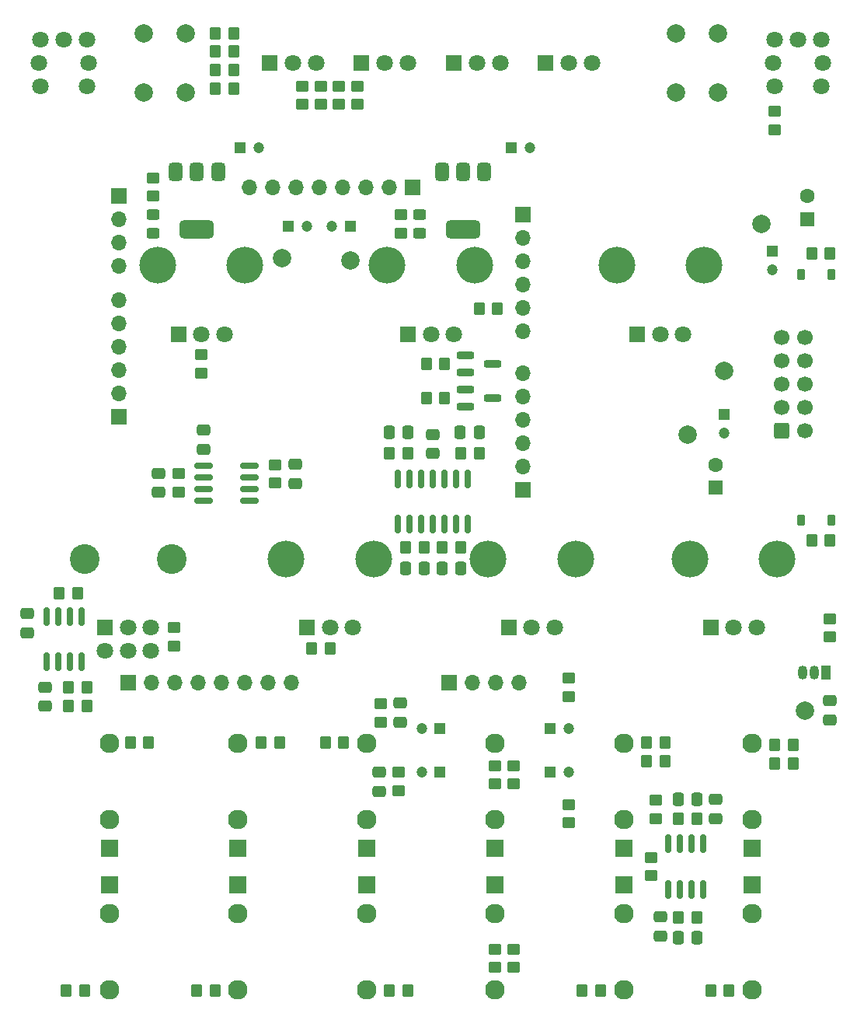
<source format=gbs>
G04 #@! TF.GenerationSoftware,KiCad,Pcbnew,8.0.5*
G04 #@! TF.CreationDate,2024-11-24T11:32:17+01:00*
G04 #@! TF.ProjectId,wolkje,776f6c6b-6a65-42e6-9b69-6361645f7063,rev?*
G04 #@! TF.SameCoordinates,Original*
G04 #@! TF.FileFunction,Soldermask,Bot*
G04 #@! TF.FilePolarity,Negative*
%FSLAX46Y46*%
G04 Gerber Fmt 4.6, Leading zero omitted, Abs format (unit mm)*
G04 Created by KiCad (PCBNEW 8.0.5) date 2024-11-24 11:32:17*
%MOMM*%
%LPD*%
G01*
G04 APERTURE LIST*
G04 Aperture macros list*
%AMRoundRect*
0 Rectangle with rounded corners*
0 $1 Rounding radius*
0 $2 $3 $4 $5 $6 $7 $8 $9 X,Y pos of 4 corners*
0 Add a 4 corners polygon primitive as box body*
4,1,4,$2,$3,$4,$5,$6,$7,$8,$9,$2,$3,0*
0 Add four circle primitives for the rounded corners*
1,1,$1+$1,$2,$3*
1,1,$1+$1,$4,$5*
1,1,$1+$1,$6,$7*
1,1,$1+$1,$8,$9*
0 Add four rect primitives between the rounded corners*
20,1,$1+$1,$2,$3,$4,$5,0*
20,1,$1+$1,$4,$5,$6,$7,0*
20,1,$1+$1,$6,$7,$8,$9,0*
20,1,$1+$1,$8,$9,$2,$3,0*%
G04 Aperture macros list end*
%ADD10O,4.000000X4.000000*%
%ADD11R,1.800000X1.800000*%
%ADD12C,1.800000*%
%ADD13R,1.930000X1.830000*%
%ADD14C,2.130000*%
%ADD15C,2.000000*%
%ADD16C,3.240000*%
%ADD17RoundRect,0.250000X-0.350000X-0.450000X0.350000X-0.450000X0.350000X0.450000X-0.350000X0.450000X0*%
%ADD18RoundRect,0.250000X0.350000X0.450000X-0.350000X0.450000X-0.350000X-0.450000X0.350000X-0.450000X0*%
%ADD19R,1.200000X1.200000*%
%ADD20C,1.200000*%
%ADD21RoundRect,0.250000X0.475000X-0.337500X0.475000X0.337500X-0.475000X0.337500X-0.475000X-0.337500X0*%
%ADD22RoundRect,0.250000X0.337500X0.475000X-0.337500X0.475000X-0.337500X-0.475000X0.337500X-0.475000X0*%
%ADD23RoundRect,0.250000X0.450000X-0.350000X0.450000X0.350000X-0.450000X0.350000X-0.450000X-0.350000X0*%
%ADD24R,1.050000X1.500000*%
%ADD25O,1.050000X1.500000*%
%ADD26RoundRect,0.250000X-0.475000X0.337500X-0.475000X-0.337500X0.475000X-0.337500X0.475000X0.337500X0*%
%ADD27RoundRect,0.250000X-0.450000X0.350000X-0.450000X-0.350000X0.450000X-0.350000X0.450000X0.350000X0*%
%ADD28RoundRect,0.150000X-0.150000X0.825000X-0.150000X-0.825000X0.150000X-0.825000X0.150000X0.825000X0*%
%ADD29RoundRect,0.225000X0.225000X0.375000X-0.225000X0.375000X-0.225000X-0.375000X0.225000X-0.375000X0*%
%ADD30RoundRect,0.375000X-0.375000X0.625000X-0.375000X-0.625000X0.375000X-0.625000X0.375000X0.625000X0*%
%ADD31RoundRect,0.500000X-1.400000X0.500000X-1.400000X-0.500000X1.400000X-0.500000X1.400000X0.500000X0*%
%ADD32R,1.700000X1.700000*%
%ADD33O,1.700000X1.700000*%
%ADD34RoundRect,0.250000X-0.600000X-0.600000X0.600000X-0.600000X0.600000X0.600000X-0.600000X0.600000X0*%
%ADD35C,1.700000*%
%ADD36RoundRect,0.250000X-0.337500X-0.475000X0.337500X-0.475000X0.337500X0.475000X-0.337500X0.475000X0*%
%ADD37R,1.600000X1.600000*%
%ADD38C,1.600000*%
%ADD39RoundRect,0.150000X0.825000X0.150000X-0.825000X0.150000X-0.825000X-0.150000X0.825000X-0.150000X0*%
%ADD40RoundRect,0.250000X-0.450000X0.325000X-0.450000X-0.325000X0.450000X-0.325000X0.450000X0.325000X0*%
%ADD41RoundRect,0.200000X-0.750000X-0.200000X0.750000X-0.200000X0.750000X0.200000X-0.750000X0.200000X0*%
%ADD42RoundRect,0.150000X0.150000X-0.825000X0.150000X0.825000X-0.150000X0.825000X-0.150000X-0.825000X0*%
G04 APERTURE END LIST*
D10*
X90250000Y-78000000D03*
X99750000Y-78000000D03*
D11*
X92500000Y-85500000D03*
D12*
X95000000Y-85500000D03*
X97500000Y-85500000D03*
D13*
X74000000Y-145520000D03*
D14*
X74000000Y-156920000D03*
X74000000Y-148620000D03*
D10*
X101250000Y-110000000D03*
X110750000Y-110000000D03*
D11*
X103500000Y-117500000D03*
D12*
X106000000Y-117500000D03*
X108500000Y-117500000D03*
D13*
X60000000Y-141480000D03*
D14*
X60000000Y-130080000D03*
X60000000Y-138380000D03*
D10*
X115250000Y-78000000D03*
X124750000Y-78000000D03*
D11*
X117500000Y-85500000D03*
D12*
X120000000Y-85500000D03*
X122500000Y-85500000D03*
D10*
X123250000Y-110000000D03*
X132750000Y-110000000D03*
D11*
X125500000Y-117500000D03*
D12*
X128000000Y-117500000D03*
X130500000Y-117500000D03*
D11*
X77460000Y-56000000D03*
D12*
X82540000Y-56000000D03*
X80000000Y-56000000D03*
D13*
X130000000Y-145520000D03*
D14*
X130000000Y-156920000D03*
X130000000Y-148620000D03*
D13*
X116000000Y-145520000D03*
D14*
X116000000Y-156920000D03*
X116000000Y-148620000D03*
D13*
X130000000Y-141480000D03*
D14*
X130000000Y-130080000D03*
X130000000Y-138380000D03*
D11*
X97460000Y-56000000D03*
D12*
X102540000Y-56000000D03*
X100000000Y-56000000D03*
X132460000Y-58540000D03*
X137540000Y-58540000D03*
X132460000Y-53460000D03*
X137540000Y-53460000D03*
X135000000Y-53460000D03*
X132300000Y-56000000D03*
X137700000Y-56000000D03*
D15*
X63750000Y-59250000D03*
X63750000Y-52750000D03*
X68250000Y-59250000D03*
X68250000Y-52750000D03*
D10*
X79250000Y-110000000D03*
X88750000Y-110000000D03*
D11*
X81500000Y-117500000D03*
D12*
X84000000Y-117500000D03*
X86500000Y-117500000D03*
D15*
X121750000Y-59250000D03*
X121750000Y-52750000D03*
X126250000Y-59250000D03*
X126250000Y-52750000D03*
D16*
X57250000Y-110000000D03*
X66750000Y-110000000D03*
D11*
X59500000Y-117500000D03*
D12*
X62000000Y-117500000D03*
X64500000Y-117500000D03*
X59500000Y-120000000D03*
X62000000Y-120000000D03*
X64500000Y-120000000D03*
D13*
X88000000Y-141480000D03*
D14*
X88000000Y-130080000D03*
X88000000Y-138380000D03*
D13*
X102000000Y-141480000D03*
D14*
X102000000Y-130080000D03*
X102000000Y-138380000D03*
D13*
X88000000Y-145520000D03*
D14*
X88000000Y-156920000D03*
X88000000Y-148620000D03*
D11*
X107460000Y-56000000D03*
D12*
X112540000Y-56000000D03*
X110000000Y-56000000D03*
D10*
X65250000Y-78000000D03*
X74750000Y-78000000D03*
D11*
X67500000Y-85500000D03*
D12*
X70000000Y-85500000D03*
X72500000Y-85500000D03*
D13*
X60000000Y-145520000D03*
D14*
X60000000Y-156920000D03*
X60000000Y-148620000D03*
D13*
X116000000Y-141480000D03*
D14*
X116000000Y-130080000D03*
X116000000Y-138380000D03*
D12*
X52460000Y-58540000D03*
X57540000Y-58540000D03*
X52460000Y-53460000D03*
X57540000Y-53460000D03*
X55000000Y-53460000D03*
X52300000Y-56000000D03*
X57700000Y-56000000D03*
D13*
X102000000Y-145520000D03*
D14*
X102000000Y-156920000D03*
X102000000Y-148620000D03*
D13*
X74000000Y-141480000D03*
D14*
X74000000Y-130080000D03*
X74000000Y-138380000D03*
D11*
X87460000Y-56000000D03*
D12*
X92540000Y-56000000D03*
X90000000Y-56000000D03*
D17*
X71500000Y-52750000D03*
X73500000Y-52750000D03*
D18*
X124000000Y-138250000D03*
X122000000Y-138250000D03*
D19*
X132250000Y-76500000D03*
D20*
X132250000Y-78500000D03*
D17*
X100250000Y-82750000D03*
X102250000Y-82750000D03*
D18*
X124000000Y-149000000D03*
X122000000Y-149000000D03*
D21*
X126000000Y-138287500D03*
X126000000Y-136212500D03*
D18*
X71500000Y-157000000D03*
X69500000Y-157000000D03*
D21*
X95250000Y-98500000D03*
X95250000Y-96425000D03*
D22*
X98287500Y-111000000D03*
X96212500Y-111000000D03*
D23*
X87000000Y-60500000D03*
X87000000Y-58500000D03*
D24*
X138020000Y-122360000D03*
D25*
X136750000Y-122360000D03*
X135480000Y-122360000D03*
D26*
X51000000Y-115962500D03*
X51000000Y-118037500D03*
D27*
X110000000Y-136750000D03*
X110000000Y-138750000D03*
D28*
X120845000Y-141025000D03*
X122115000Y-141025000D03*
X123385000Y-141025000D03*
X124655000Y-141025000D03*
X124655000Y-145975000D03*
X123385000Y-145975000D03*
X122115000Y-145975000D03*
X120845000Y-145975000D03*
D18*
X94250000Y-108750000D03*
X92250000Y-108750000D03*
D29*
X138650000Y-79000000D03*
X135350000Y-79000000D03*
D21*
X120000000Y-151037500D03*
X120000000Y-148962500D03*
D18*
X85500000Y-130000000D03*
X83500000Y-130000000D03*
D21*
X89340000Y-135307500D03*
X89340000Y-133232500D03*
D30*
X67200000Y-67850000D03*
X69500000Y-67850000D03*
D31*
X69500000Y-74150000D03*
D30*
X71800000Y-67850000D03*
D17*
X55500000Y-124000000D03*
X57500000Y-124000000D03*
D32*
X105000000Y-72500000D03*
D33*
X105000000Y-75040000D03*
X105000000Y-77580000D03*
X105000000Y-80120000D03*
X105000000Y-82660000D03*
X105000000Y-85200000D03*
X105000000Y-89800000D03*
X105000000Y-92340000D03*
X105000000Y-94880000D03*
X105000000Y-97420000D03*
X105000000Y-99960000D03*
D32*
X105000000Y-102500000D03*
D33*
X104620000Y-123500000D03*
X102080000Y-123500000D03*
X99540000Y-123500000D03*
D32*
X97000000Y-123500000D03*
D33*
X79780000Y-123500000D03*
X77240000Y-123500000D03*
X74700000Y-123500000D03*
X72160000Y-123500000D03*
X69620000Y-123500000D03*
X67080000Y-123500000D03*
X64540000Y-123500000D03*
D32*
X62000000Y-123500000D03*
X61000000Y-94500000D03*
D33*
X61000000Y-91960000D03*
X61000000Y-89420000D03*
X61000000Y-86880000D03*
X61000000Y-84340000D03*
X61000000Y-81800000D03*
X61000000Y-78120000D03*
X61000000Y-75580000D03*
X61000000Y-73040000D03*
D32*
X61000000Y-70500000D03*
D33*
X75220000Y-69500000D03*
X77760000Y-69500000D03*
X80300000Y-69500000D03*
X82840000Y-69500000D03*
X85380000Y-69500000D03*
X87920000Y-69500000D03*
X90460000Y-69500000D03*
D32*
X93000000Y-69500000D03*
D22*
X100287500Y-96250000D03*
X98212500Y-96250000D03*
D23*
X83000000Y-60500000D03*
X83000000Y-58500000D03*
D15*
X135750000Y-126500000D03*
D34*
X133210000Y-96000000D03*
D35*
X135750000Y-96000000D03*
X133210000Y-93460000D03*
X135750000Y-93460000D03*
X133210000Y-90920000D03*
X135750000Y-90920000D03*
X133210000Y-88380000D03*
X135750000Y-88380000D03*
X133210000Y-85840000D03*
X135750000Y-85840000D03*
D18*
X84000000Y-119750000D03*
X82000000Y-119750000D03*
D19*
X103777401Y-65250000D03*
D20*
X105777401Y-65250000D03*
D23*
X78000000Y-101750000D03*
X78000000Y-99750000D03*
D36*
X90462500Y-96250000D03*
X92537500Y-96250000D03*
D21*
X70250000Y-98037500D03*
X70250000Y-95962500D03*
D27*
X64750000Y-68500000D03*
X64750000Y-70500000D03*
D36*
X121962500Y-136140000D03*
X124037500Y-136140000D03*
D37*
X136000000Y-73000000D03*
D38*
X136000000Y-70500000D03*
D36*
X92212500Y-111000000D03*
X94287500Y-111000000D03*
X121962500Y-151250000D03*
X124037500Y-151250000D03*
D23*
X104000000Y-154500000D03*
X104000000Y-152500000D03*
D26*
X65285000Y-100675000D03*
X65285000Y-102750000D03*
D17*
X132500000Y-130250000D03*
X134500000Y-130250000D03*
D18*
X64250000Y-130000000D03*
X62250000Y-130000000D03*
X138500000Y-76750000D03*
X136500000Y-76750000D03*
X57250000Y-157000000D03*
X55250000Y-157000000D03*
D17*
X54500000Y-113750000D03*
X56500000Y-113750000D03*
X55500000Y-126000000D03*
X57500000Y-126000000D03*
D26*
X91640000Y-125692500D03*
X91640000Y-127767500D03*
D39*
X75225000Y-99845000D03*
X75225000Y-101115000D03*
X75225000Y-102385000D03*
X75225000Y-103655000D03*
X70275000Y-103655000D03*
X70275000Y-102385000D03*
X70275000Y-101115000D03*
X70275000Y-99845000D03*
D18*
X78500000Y-130000000D03*
X76500000Y-130000000D03*
X92500000Y-98500000D03*
X90500000Y-98500000D03*
D30*
X96200000Y-67850000D03*
X98500000Y-67850000D03*
D31*
X98500000Y-74150000D03*
D30*
X100800000Y-67850000D03*
D37*
X126000000Y-102250000D03*
D38*
X126000000Y-99750000D03*
D19*
X96000000Y-133250000D03*
D20*
X94000000Y-133250000D03*
D40*
X64750000Y-72475000D03*
X64750000Y-74525000D03*
D18*
X138500000Y-108000000D03*
X136500000Y-108000000D03*
D41*
X98750000Y-93450000D03*
X98750000Y-91550000D03*
X101750000Y-92500000D03*
D15*
X131000000Y-73500000D03*
D27*
X67000000Y-117500000D03*
X67000000Y-119500000D03*
D23*
X102000000Y-154500000D03*
X102000000Y-152500000D03*
D29*
X138650000Y-105750000D03*
X135350000Y-105750000D03*
D27*
X89500000Y-125750000D03*
X89500000Y-127750000D03*
D17*
X98250000Y-98500000D03*
X100250000Y-98500000D03*
D23*
X91500000Y-135250000D03*
X91500000Y-133250000D03*
D19*
X127000000Y-94277401D03*
D20*
X127000000Y-96277401D03*
D18*
X120500000Y-132000000D03*
X118500000Y-132000000D03*
X96500000Y-92500000D03*
X94500000Y-92500000D03*
D42*
X56905000Y-121225000D03*
X55635000Y-121225000D03*
X54365000Y-121225000D03*
X53095000Y-121225000D03*
X53095000Y-116275000D03*
X54365000Y-116275000D03*
X55635000Y-116275000D03*
X56905000Y-116275000D03*
D15*
X86250000Y-77500000D03*
D17*
X90500000Y-157000000D03*
X92500000Y-157000000D03*
D23*
X119500000Y-138250000D03*
X119500000Y-136250000D03*
D40*
X93750000Y-72475000D03*
X93750000Y-74525000D03*
D18*
X113500000Y-157000000D03*
X111500000Y-157000000D03*
D17*
X71500000Y-58750000D03*
X73500000Y-58750000D03*
D15*
X123000000Y-96500000D03*
D23*
X81000000Y-60500000D03*
X81000000Y-58500000D03*
D17*
X118500000Y-130000000D03*
X120500000Y-130000000D03*
D19*
X74250000Y-65250000D03*
D20*
X76250000Y-65250000D03*
D15*
X127000000Y-89500000D03*
D18*
X134500000Y-132250000D03*
X132500000Y-132250000D03*
X96500000Y-88750000D03*
X94500000Y-88750000D03*
D27*
X102000000Y-132500000D03*
X102000000Y-134500000D03*
D17*
X96250000Y-108750000D03*
X98250000Y-108750000D03*
D23*
X119000000Y-144500000D03*
X119000000Y-142500000D03*
X85000000Y-60500000D03*
X85000000Y-58500000D03*
D27*
X138500000Y-116500000D03*
X138500000Y-118500000D03*
D19*
X79500000Y-73750000D03*
D20*
X81500000Y-73750000D03*
D26*
X53000000Y-123962500D03*
X53000000Y-126037500D03*
X80250000Y-99712500D03*
X80250000Y-101787500D03*
D23*
X67500000Y-102687500D03*
X67500000Y-100687500D03*
D17*
X71500000Y-54750000D03*
X73500000Y-54750000D03*
X125500000Y-157000000D03*
X127500000Y-157000000D03*
D41*
X98750000Y-89700000D03*
X98750000Y-87800000D03*
X101750000Y-88750000D03*
D27*
X70000000Y-87750000D03*
X70000000Y-89750000D03*
D19*
X96000000Y-128500000D03*
D20*
X94000000Y-128500000D03*
D15*
X78750000Y-77250000D03*
D23*
X91750000Y-74500000D03*
X91750000Y-72500000D03*
D17*
X71500000Y-56750000D03*
X73500000Y-56750000D03*
D19*
X108000000Y-128500000D03*
D20*
X110000000Y-128500000D03*
D23*
X110000000Y-125000000D03*
X110000000Y-123000000D03*
X104000000Y-134500000D03*
X104000000Y-132500000D03*
D19*
X108000000Y-133250000D03*
D20*
X110000000Y-133250000D03*
D19*
X86222600Y-73750000D03*
D20*
X84222600Y-73750000D03*
D27*
X132500000Y-61250000D03*
X132500000Y-63250000D03*
D21*
X138500000Y-127537500D03*
X138500000Y-125462500D03*
D28*
X91440000Y-101275000D03*
X92710000Y-101275000D03*
X93980000Y-101275000D03*
X95250000Y-101275000D03*
X96520000Y-101275000D03*
X97790000Y-101275000D03*
X99060000Y-101275000D03*
X99060000Y-106225000D03*
X97790000Y-106225000D03*
X96520000Y-106225000D03*
X95250000Y-106225000D03*
X93980000Y-106225000D03*
X92710000Y-106225000D03*
X91440000Y-106225000D03*
M02*

</source>
